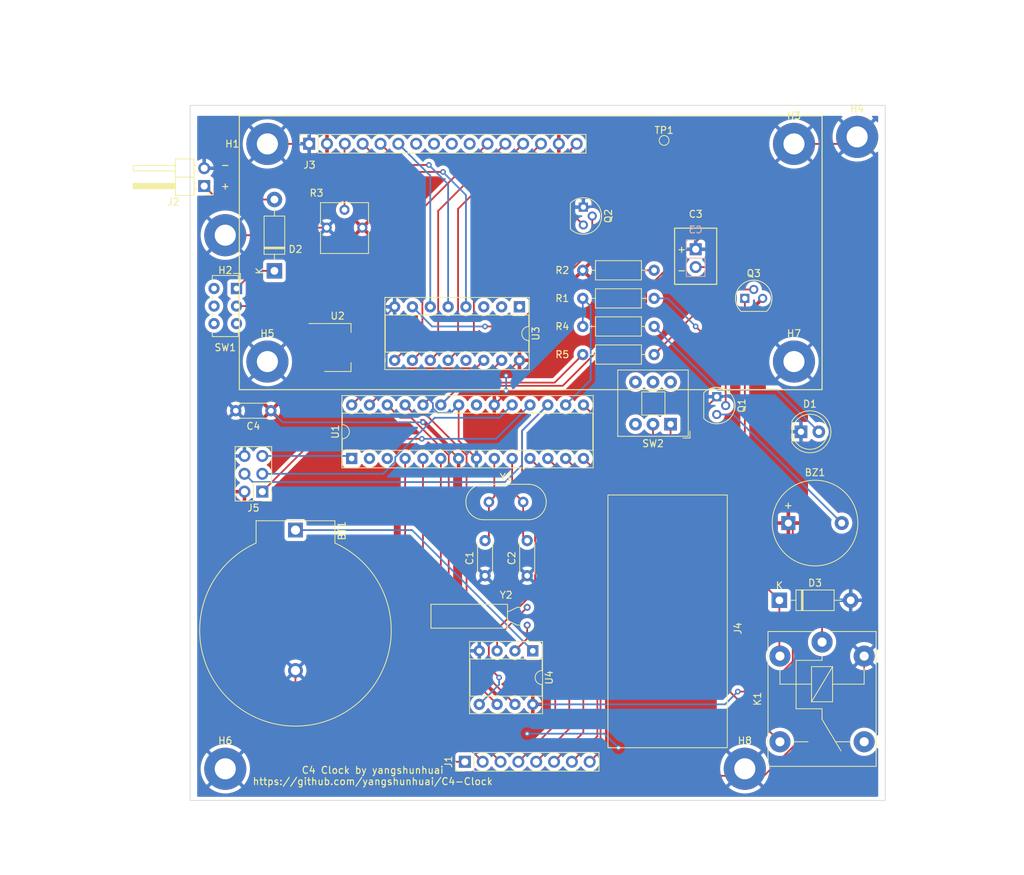
<source format=kicad_pcb>
(kicad_pcb (version 20211014) (generator pcbnew)
  (title_block (title "C4 Clock") (rev "V1.0") (company "yangshunhuai"))
  (layers (0 "F.Cu" signal) (31 "B.Cu" signal) (34 "B.Paste" user) (35 "F.Paste" user) (36 "B.SilkS" user "B.Silkscreen") (37 "F.SilkS" user "F.Silkscreen") (38 "B.Mask" user) (39 "F.Mask" user) (44 "Edge.Cuts" user))
  (net 0 "")
  (net 1 "+5V")
  (net 2 "Net-(BZ1-Pad2)")
  (net 3 "GND")
  (net 4 "Net-(C1-Pad2)")
  (net 5 "Net-(C2-Pad2)")
  (net 6 "Net-(C3-Pad2)")
  (net 7 "Net-(D1-Pad2)")
  (net 8 "RELAY")
  (net 9 "Net-(J1-Pad1)")
  (net 10 "Net-(J1-Pad2)")
  (net 11 "Net-(J1-Pad3)")
  (net 12 "Net-(J1-Pad4)")
  (net 13 "Net-(J1-Pad5)")
  (net 14 "Net-(J1-Pad6)")
  (net 15 "Net-(J1-Pad7)")
  (net 16 "Net-(J1-Pad8)")
  (net 17 "+8V")
  (net 18 "Net-(J3-Pad3)")
  (net 19 "Net-(J3-Pad4)")
  (net 20 "Net-(J3-Pad5)")
  (net 21 "Net-(J3-Pad6)")
  (net 26 "Net-(J3-Pad11)")
  (net 27 "Net-(J3-Pad12)")
  (net 28 "Net-(J3-Pad13)")
  (net 29 "Net-(J3-Pad14)")
  (net 30 "Net-(J3-Pad16)")
  (net 31 "+24V")
  (net 33 "Net-(K1-Pad14)")
  (net 34 "Net-(Q1-Pad2)")
  (net 35 "Net-(Q2-Pad2)")
  (net 36 "BUZZER")
  (net 37 "Net-(TP1-Pad1)")
  (net 38 "Net-(SW1-Pad2)")
  (net 39 "Net-(BT1-Pad1)")
  (net 42 "PB4")
  (net 44 "PB5")
  (net 45 "PB3")
  (net 46 "DS1302_CLK")
  (net 47 "DS1302_IO")
  (net 48 "Net-(U1-Pad27)")
  (net 49 "Net-(U1-Pad28)")
  (net 54 "RESET")
  (net 55 "Net-(U4-Pad2)")
  (net 56 "Net-(U4-Pad3)")
  (net 57 "Net-(D2-Pad2)")
  (net 58 "Net-(D3-Pad1)")
  (net 59 "Net-(Q3-Pad2)")
  (footprint "Package_TO_SOT_THT:TO-92" (layer "F.Cu") (at 152 81 -90)
    (fp_text reference "Q1" (at 1.27 -3.56 90) (layer "F.SilkS"))
    (fp_text value "S9014")
    (pad "1" thru_hole rect (at 0 0 270) (size 1.3 1.3) (drill 0.75) (layers *.Cu *.Mask) (net 3 "GND"))
    (pad "2" thru_hole circle (at 1.27 -1.27 270) (size 1.3 1.3) (drill 0.75) (layers *.Cu *.Mask) (net 34 "Net-(Q1-Pad2)"))
    (pad "3" thru_hole circle (at 2.54 0 270) (size 1.3 1.3) (drill 0.75) (layers *.Cu *.Mask) (net 2 "Net-(BZ1-Pad2)"))
  )
  (footprint "MountingHole:MountingHole_3mm_Pad_TopBottom" (layer "F.Cu") (at 82 58)
    (fp_text reference "H2" (at 0 5) (layer "F.SilkS"))
    (fp_text value "hole")
    (pad "1" connect circle (at 0 0) (size 6 6) (layers "F.Cu" "F.Mask") (net 3 "GND"))
    (pad "1" thru_hole circle (at 0 0) (size 3.4 3.4) (drill 3) (layers *.Cu *.Mask) (net 3 "GND"))
    (pad "1" connect circle (at 0 0) (size 6 6) (layers "B.Cu" "B.Mask") (net 3 "GND"))
  )
  (footprint "Relay_THT:Relay_SPDT_Finder_36.11" (layer "F.Cu") (at 167 115.95 -90)
    (fp_text reference "K1" (at 8.1 9.2 90) (layer "F.SilkS"))
    (fp_text value "FINDER-36.11-5V")
    (pad "11" thru_hole circle (at 0 0 270) (size 3 3) (drill 1.3) (layers *.Cu *.Mask) (net 6 "Net-(C3-Pad2)"))
    (pad "12" thru_hole circle (at 14.2 -6 270) (size 3 3) (drill 1.3) (layers *.Cu *.Mask))
    (pad "14" thru_hole circle (at 14.2 6 270) (size 3 3) (drill 1.3) (layers *.Cu *.Mask) (net 33 "Net-(K1-Pad14)"))
    (pad "A1" thru_hole circle (at 2 6 270) (size 3 3) (drill 1.3) (layers *.Cu *.Mask) (net 58 "Net-(D3-Pad1)"))
    (pad "A2" thru_hole circle (at 2 -6 270) (size 3 3) (drill 1.3) (layers *.Cu *.Mask) (net 3 "GND"))
  )
  (footprint "Buzzer_Beeper:Buzzer_12x9.5RM7.6" (layer "F.Cu") (at 162.2 99)
    (fp_text reference "BZ1" (at 3.8 -7.2) (layer "F.SilkS"))
    (fp_text value "Buzzer")
    (fp_text user "+" (at -0.01 -2.54) (layer "F.SilkS"))
    (pad "1" thru_hole rect (at 0 0) (size 2 2) (drill 1) (layers *.Cu *.Mask) (net 1 "+5V"))
    (pad "2" thru_hole circle (at 7.6 0) (size 2 2) (drill 1) (layers *.Cu *.Mask) (net 2 "Net-(BZ1-Pad2)"))
  )
  (footprint "MountingHole:MountingHole_3mm_Pad_TopBottom" (layer "F.Cu") (at 82 134)
    (fp_text reference "H6" (at 0 -4) (layer "F.SilkS"))
    (fp_text value "hole")
    (pad "1" thru_hole circle (at 0 0) (size 3.4 3.4) (drill 3) (layers *.Cu *.Mask) (net 3 "GND"))
    (pad "1" connect circle (at 0 0) (size 6 6) (layers "F.Cu" "F.Mask") (net 3 "GND"))
    (pad "1" connect circle (at 0 0) (size 6 6) (layers "B.Cu" "B.Mask") (net 3 "GND"))
  )
  (footprint "Button_Switch_THT:SW_Push_2P2T_Toggle_CK_PVA2xxH1xxxxxxV2" (layer "F.Cu") (at 145.4225 84.9225 180)
    (fp_text reference "SW2" (at 2.5 -2.75) (layer "F.SilkS"))
    (fp_text value "SW_SPST")
    (pad "1" thru_hole rect (at 0 0 180) (size 1.8 1.8) (drill 0.9) (layers *.Cu *.Mask) (net 33 "Net-(K1-Pad14)"))
    (pad "2" thru_hole circle (at 2.5 0 180) (size 1.8 1.8) (drill 0.9) (layers *.Cu *.Mask) (net 31 "+24V"))
    (pad "3" thru_hole circle (at 5 0 180) (size 1.8 1.8) (drill 0.9) (layers *.Cu *.Mask))
    (pad "4" thru_hole circle (at 0 6 180) (size 1.8 1.8) (drill 0.9) (layers *.Cu *.Mask))
    (pad "5" thru_hole circle (at 2.5 6 180) (size 1.8 1.8) (drill 0.9) (layers *.Cu *.Mask))
    (pad "6" thru_hole circle (at 5 6 180) (size 1.8 1.8) (drill 0.9) (layers *.Cu *.Mask))
  )
  (footprint "Resistor_THT:R_Axial_DIN0207_L6.3mm_D2.5mm_P10.16mm_Horizontal" (layer "F.Cu") (at 132.92 71)
    (fp_text reference "R4" (at -2.92 0) (layer "F.SilkS"))
    (fp_text value "220")
    (pad "1" thru_hole circle (at 0 0) (size 1.6 1.6) (drill 0.8) (layers *.Cu *.Mask) (net 36 "BUZZER"))
    (pad "2" thru_hole oval (at 10.16 0) (size 1.6 1.6) (drill 0.8) (layers *.Cu *.Mask) (net 7 "Net-(D1-Pad2)"))
  )
  (footprint "Diode_THT:D_DO-41_SOD81_P10.16mm_Horizontal" (layer "F.Cu") (at 89 63.08 90)
    (fp_text reference "D2" (at 3.08 3 180) (layer "F.SilkS"))
    (fp_text value "1N4001")
    (fp_text user "K" (at 0 -2.1 90) (layer "F.SilkS"))
    (pad "1" thru_hole rect (at 0 0 90) (size 2.2 2.2) (drill 1.1) (layers *.Cu *.Mask) (net 17 "+8V"))
    (pad "2" thru_hole oval (at 10.16 0 90) (size 2.2 2.2) (drill 1.1) (layers *.Cu *.Mask) (net 57 "Net-(D2-Pad2)"))
  )
  (footprint "DC-Buck:DC-Buck-2A" (layer "F.Cu") (at 149.5 114 90)
    (fp_text reference "J4" (at 0 5.5 90 unlocked) (layer "F.SilkS"))
    (fp_text value "Boost Module")
    (pad "1" smd roundrect (at -19 -8 90) (size 7.143 2.881) (layers "F.Cu" "F.Paste" "F.Mask") (net 1 "+5V"))
    (pad "2" smd roundrect (at -19 -1 90) (size 7.143 2.84525) (layers "F.Cu" "F.Paste" "F.Mask") (net 3 "GND"))
    (pad "3" smd roundrect (at 21 -1 90) (size 7.143 2.84525) (layers "F.Cu" "F.Paste" "F.Mask") (net 3 "GND"))
    (pad "4" smd roundrect (at 21 -8 90) (size 7.143 2.881) (layers "F.Cu" "F.Paste" "F.Mask") (net 31 "+24V"))
  )
  (footprint "Package_DIP:DIP-8_W7.62mm_Socket" (layer "F.Cu") (at 125.8 117.2 -90)
    (fp_text reference "U4" (at 3.81 -2.33 -90) (layer "F.SilkS"))
    (fp_text value "DS1302+")
    (pad "1" thru_hole rect (at 0 0 270) (size 1.6 1.6) (drill 0.8) (layers *.Cu *.Mask) (net 39 "Net-(BT1-Pad1)"))
    (pad "2" thru_hole oval (at 0 2.54 270) (size 1.6 1.6) (drill 0.8) (layers *.Cu *.Mask) (net 55 "Net-(U4-Pad2)"))
    (pad "3" thru_hole oval (at 0 5.08 270) (size 1.6 1.6) (drill 0.8) (layers *.Cu *.Mask) (net 56 "Net-(U4-Pad3)"))
    (pad "4" thru_hole oval (at 0 7.62 270) (size 1.6 1.6) (drill 0.8) (layers *.Cu *.Mask) (net 3 "GND"))
    (pad "5" thru_hole oval (at 7.62 7.62 270) (size 1.6 1.6) (drill 0.8) (layers *.Cu *.Mask) (net 45 "PB3"))
    (pad "6" thru_hole oval (at 7.62 5.08 270) (size 1.6 1.6) (drill 0.8) (layers *.Cu *.Mask) (net 47 "DS1302_IO"))
    (pad "7" thru_hole oval (at 7.62 2.54 270) (size 1.6 1.6) (drill 0.8) (layers *.Cu *.Mask) (net 46 "DS1302_CLK"))
    (pad "8" thru_hole oval (at 7.62 0 270) (size 1.6 1.6) (drill 0.8) (layers *.Cu *.Mask) (net 1 "+5V"))
  )
  (footprint "Resistor_THT:R_Axial_DIN0207_L6.3mm_D2.5mm_P10.16mm_Horizontal" (layer "F.Cu") (at 132.92 63)
    (fp_text reference "R2" (at -2.92 0) (layer "F.SilkS"))
    (fp_text value "4.7k")
    (pad "1" thru_hole circle (at 0 0) (size 1.6 1.6) (drill 0.8) (layers *.Cu *.Mask) (net 1 "+5V"))
    (pad "2" thru_hole oval (at 10.16 0) (size 1.6 1.6) (drill 0.8) (layers *.Cu *.Mask) (net 35 "Net-(Q2-Pad2)"))
  )
  (footprint "MountingHole:MountingHole_3mm_Pad_TopBottom" (layer "F.Cu") (at 163 45)
    (fp_text reference "H3" (at 0 -4) (layer "F.SilkS"))
    (fp_text value "LCD1602")
    (pad "1" thru_hole circle (at 0 0) (size 3.4 3.4) (drill 3) (layers *.Cu *.Mask) (net 3 "GND"))
    (pad "1" connect circle (at 0 0) (size 6 6) (layers "F.Cu" "F.Mask") (net 3 "GND"))
    (pad "1" connect circle (at 0 0) (size 6 6) (layers "B.Cu" "B.Mask") (net 3 "GND"))
  )
  (footprint "MountingHole:MountingHole_3mm_Pad_TopBottom" (layer "F.Cu") (at 163 76)
    (fp_text reference "H7" (at 0 -4) (layer "F.SilkS"))
    (fp_text value "LCD1602")
    (pad "1" connect circle (at 0 0) (size 6 6) (layers "F.Cu" "F.Mask") (net 3 "GND"))
    (pad "1" connect circle (at 0 0) (size 6 6) (layers "B.Cu" "B.Mask") (net 3 "GND"))
    (pad "1" thru_hole circle (at 0 0) (size 3.4 3.4) (drill 3) (layers *.Cu *.Mask) (net 3 "GND"))
  )
  (footprint "Package_TO_SOT_THT:TO-92" (layer "F.Cu") (at 133 54 -90)
    (fp_text reference "Q2" (at 1.27 -3.56 90) (layer "F.SilkS"))
    (fp_text value "S9014")
    (pad "1" thru_hole rect (at 0 0 270) (size 1.3 1.3) (drill 0.75) (layers *.Cu *.Mask) (net 3 "GND"))
    (pad "2" thru_hole circle (at 1.27 -1.27 270) (size 1.3 1.3) (drill 0.75) (layers *.Cu *.Mask) (net 35 "Net-(Q2-Pad2)"))
    (pad "3" thru_hole circle (at 2.54 0 270) (size 1.3 1.3) (drill 0.75) (layers *.Cu *.Mask) (net 30 "Net-(J3-Pad16)"))
  )
  (footprint "Capacitor_THT:C_Disc_D4.3mm_W1.9mm_P5.00mm" (layer "F.Cu") (at 88.5 83 180)
    (fp_text reference "C4" (at 2.5 -2.2) (layer "F.SilkS"))
    (fp_text value "0.1uF")
    (pad "1" thru_hole circle (at 0 0 180) (size 1.6 1.6) (drill 0.8) (layers *.Cu *.Mask) (net 1 "+5V"))
    (pad "2" thru_hole circle (at 5 0 180) (size 1.6 1.6) (drill 0.8) (layers *.Cu *.Mask) (net 3 "GND"))
  )
  (footprint "MountingHole:MountingHole_3mm_Pad_TopBottom" (layer "F.Cu") (at 172 44)
    (fp_text reference "H4" (at 0 -4) (layer "F.SilkS"))
    (fp_text value "hole")
    (pad "1" thru_hole circle (at 0 0) (size 3.4 3.4) (drill 3) (layers *.Cu *.Mask) (net 3 "GND"))
    (pad "1" connect circle (at 0 0) (size 6 6) (layers "B.Cu" "B.Mask") (net 3 "GND"))
    (pad "1" connect circle (at 0 0) (size 6 6) (layers "F.Cu" "F.Mask") (net 3 "GND"))
  )
  (footprint "Button_Switch_THT:SW_E-Switch_EG1271_DPDT" (layer "F.Cu") (at 83.6 65.5925 -90)
    (fp_text reference "SW1" (at 8.4075 1.6 180) (layer "F.SilkS"))
    (fp_text value "SW_SPST")
    (pad "1" thru_hole rect (at 0 0 270) (size 1.6 1.6) (drill 0.8) (layers *.Cu *.Mask) (net 17 "+8V"))
    (pad "2" thru_hole circle (at 2.5 0 270) (size 1.6 1.6) (drill 0.8) (layers *.Cu *.Mask) (net 38 "Net-(SW1-Pad2)"))
    (pad "3" thru_hole circle (at 5 0 270) (size 1.6 1.6) (drill 0.8) (layers *.Cu *.Mask))
    (pad "4" thru_hole circle (at 0 3.2 270) (size 1.6 1.6) (drill 0.8) (layers *.Cu *.Mask))
    (pad "5" thru_hole circle (at 2.5 3.2 270) (size 1.6 1.6) (drill 0.8) (layers *.Cu *.Mask))
    (pad "6" thru_hole circle (at 5 3.2 270) (size 1.6 1.6) (drill 0.8) (layers *.Cu *.Mask))
  )
  (footprint "MountingHole:MountingHole_3mm_Pad_TopBottom" (layer "F.Cu") (at 88 76)
    (fp_text reference "H5" (at 0 -4) (layer "F.SilkS"))
    (fp_text value "LCD1602")
    (pad "1" connect circle (at 0 0) (size 6 6) (layers "F.Cu" "F.Mask") (net 3 "GND"))
    (pad "1" thru_hole circle (at 0 0) (size 3.4 3.4) (drill 3) (layers *.Cu *.Mask) (net 3 "GND"))
    (pad "1" connect circle (at 0 0) (size 6 6) (layers "B.Cu" "B.Mask") (net 3 "GND"))
  )
  (footprint "Crystal:Crystal_HC49-4H_Vertical" (layer "F.Cu") (at 119.55 96)
    (fp_text reference "Y1" (at 2.44 -3.525) (layer "F.SilkS"))
    (fp_text value "16MHz")
    (pad "1" thru_hole circle (at 0 0) (size 1.5 1.5) (drill 0.8) (layers *.Cu *.Mask) (net 4 "Net-(C1-Pad2)"))
    (pad "2" thru_hole circle (at 4.88 0) (size 1.5 1.5) (drill 0.8) (layers *.Cu *.Mask) (net 5 "Net-(C2-Pad2)"))
  )
  (footprint "Battery:BatteryHolder_ComfortableElectronic_CH273-2450_1x2450" (layer "F.Cu") (at 92 100 -90)
    (fp_text reference "BT1" (at 0.1 -6.62 90) (layer "F.SilkS"))
    (fp_text value "CR2032")
    (pad "1" thru_hole rect (at 0 0 180) (size 2.1 2.1) (drill 1.3) (layers *.Cu *.Mask) (net 39 "Net-(BT1-Pad1)"))
    (pad "2" thru_hole circle (at 20 0 180) (size 2.1 2.1) (drill 1.3) (layers *.Cu *.Mask) (net 3 "GND"))
  )
  (footprint "Package_DIP:DIP-28_W7.62mm_Socket" (layer "F.Cu") (at 100 89.8 90)
    (fp_text reference "U1" (at 3.81 -2.33 90) (layer "F.SilkS"))
    (fp_text value "ATmega328P-P")
    (pad "1" thru_hole rect (at 0 0 90) (size 1.6 1.6) (drill 0.8) (layers *.Cu *.Mask) (net 54 "RESET"))
    (pad "2" thru_hole oval (at 0 2.54 90) (size 1.6 1.6) (drill 0.8) (layers *.Cu *.Mask))
    (pad "3" thru_hole oval (at 0 5.08 90) (size 1.6 1.6) (drill 0.8) (layers *.Cu *.Mask))
    (pad "4" thru_hole oval (at 0 7.62 90) (size 1.6 1.6) (drill 0.8) (layers *.Cu *.Mask) (net 9 "Net-(J1-Pad1)"))
    (pad "5" thru_hole oval (at 0 10.16 90) (size 1.6 1.6) (drill 0.8) (layers *.Cu *.Mask) (net 10 "Net-(J1-Pad2)"))
    (pad "6" thru_hole oval (at 0 12.7 90) (size 1.6 1.6) (drill 0.8) (layers *.Cu *.Mask) (net 11 "Net-(J1-Pad3)"))
    (pad "7" thru_hole oval (at 0 15.24 90) (size 1.6 1.6) (drill 0.8) (layers *.Cu *.Mask) (net 1 "+5V"))
    (pad "8" thru_hole oval (at 0 17.78 90) (size 1.6 1.6) (drill 0.8) (layers *.Cu *.Mask) (net 3 "GND"))
    (pad "9" thru_hole oval (at 0 20.32 90) (size 1.6 1.6) (drill 0.8) (layers *.Cu *.Mask) (net 4 "Net-(C1-Pad2)"))
    (pad "10" thru_hole oval (at 0 22.86 90) (size 1.6 1.6) (drill 0.8) (layers *.Cu *.Mask) (net 5 "Net-(C2-Pad2)"))
    (pad "11" thru_hole oval (at 0 25.4 90) (size 1.6 1.6) (drill 0.8) (layers *.Cu *.Mask) (net 12 "Net-(J1-Pad4)"))
    (pad "12" thru_hole oval (at 0 27.94 90) (size 1.6 1.6) (drill 0.8) (layers *.Cu *.Mask) (net 13 "Net-(J1-Pad5)"))
    (pad "13" thru_hole oval (at 0 30.48 90) (size 1.6 1.6) (drill 0.8) (layers *.Cu *.Mask) (net 14 "Net-(J1-Pad6)"))
    (pad "14" thru_hole oval (at 0 33.02 90) (size 1.6 1.6) (drill 0.8) (layers *.Cu *.Mask) (net 15 "Net-(J1-Pad7)"))
    (pad "15" thru_hole oval (at 7.62 33.02 90) (size 1.6 1.6) (drill 0.8) (layers *.Cu *.Mask) (net 16 "Net-(J1-Pad8)"))
    (pad "16" thru_hole oval (at 7.62 30.48 90) (size 1.6 1.6) (drill 0.8) (layers *.Cu *.Mask) (net 36 "BUZZER"))
    (pad "17" thru_hole oval (at 7.62 27.94 90) (size 1.6 1.6) (drill 0.8) (layers *.Cu *.Mask) (net 45 "PB3"))
    (pad "18" thru_hole oval (at 7.62 25.4 90) (size 1.6 1.6) (drill 0.8) (layers *.Cu *.Mask) (net 42 "PB4"))
    (pad "19" thru_hole oval (at 7.62 22.86 90) (size 1.6 1.6) (drill 0.8) (layers *.Cu *.Mask) (net 44 "PB5"))
    (pad "20" thru_hole oval (at 7.62 20.32 90) (size 1.6 1.6) (drill 0.8) (layers *.Cu *.Mask) (net 1 "+5V"))
    (pad "21" thru_hole oval (at 7.62 17.78 90) (size 1.6 1.6) (drill 0.8) (layers *.Cu *.Mask))
    (pad "22" thru_hole oval (at 7.62 15.24 90) (size 1.6 1.6) (drill 0.8) (layers *.Cu *.Mask) (net 3 "GND"))
    (pad "23" thru_hole oval (at 7.62 12.7 90) (size 1.6 1.6) (drill 0.8) (layers *.Cu *.Mask) (net 37 "Net-(TP1-Pad1)"))
    (pad "24" thru_hole oval (at 7.62 10.16 90) (size 1.6 1.6) (drill 0.8) (layers *.Cu *.Mask) (net 8 "RELAY"))
    (pad "25" thru_hole oval (at 7.62 7.62 90) (size 1.6 1.6) (drill 0.8) (layers *.Cu *.Mask) (net 46 "DS1302_CLK"))
    (pad "26" thru_hole oval (at 7.62 5.08 90) (size 1.6 1.6) (drill 0.8) (layers *.Cu *.Mask) (net 47 "DS1302_IO"))
    (pad "27" thru_hole oval (at 7.62 2.54 90) (size 1.6 1.6) (drill 0.8) (layers *.Cu *.Mask) (net 48 "Net-(U1-Pad27)"))
    (pad "28" thru_hole oval (at 7.62 0 90) (size 1.6 1.6) (drill 0.8) (layers *.Cu *.Mask) (net 49 "Net-(U1-Pad28)"))
  )
  (footprint "Connector_PinSocket_2.54mm:PinSocket_1x16_P2.54mm_Vertical" (layer "F.Cu") (at 93.95 44.975 90)
    (fp_text reference "J3" (at -3.025 0.05 180) (layer "F.SilkS"))
    (fp_text value "LCD1602")
    (pad "1" thru_hole rect (at 0 0 90) (size 1.7 1.7) (drill 1) (layers *.Cu *.Mask) (net 3 "GND"))
    (pad "2" thru_hole oval (at 0 2.54 90) (size 1.7 1.7) (drill 1) (layers *.Cu *.Mask) (net 1 "+5V"))
    (pad "3" thru_hole oval (at 0 5.08 90) (size 1.7 1.7) (drill 1) (layers *.Cu *.Mask) (net 18 "Net-(J3-Pad3)"))
    (pad "4" thru_hole oval (at 0 7.62 90) (size 1.7 1.7) (drill 1) (layers *.Cu *.Mask) (net 19 "Net-(J3-Pad4)"))
    (pad "5" thru_hole oval (at 0 10.16 90) (size 1.7 1.7) (drill 1) (layers *.Cu *.Mask) (net 20 "Net-(J3-Pad5)"))
    (pad "6" thru_hole oval (at 0 12.7 90) (size 1.7 1.7) (drill 1) (layers *.Cu *.Mask) (net 21 "Net-(J3-Pad6)"))
    (pad "7" thru_hole oval (at 0 15.24 90) (size 1.7 1.7) (drill 1) (layers *.Cu *.Mask))
    (pad "8" thru_hole oval (at 0 17.78 90) (size 1.7 1.7) (drill 1) (layers *.Cu *.Mask))
    (pad "9" thru_hole oval (at 0 20.32 90) (size 1.7 1.7) (drill 1) (layers *.Cu *.Mask))
    (pad "10" thru_hole oval (at 0 22.86 90) (size 1.7 1.7) (drill 1) (layers *.Cu *.Mask))
    (pad "11" thru_hole oval (at 0 25.4 90) (size 1.7 1.7) (drill 1) (layers *.Cu *.Mask) (net 26 "Net-(J3-Pad11)"))
    (pad "12" thru_hole oval (at 0 27.94 90) (size 1.7 1.7) (drill 1) (layers *.Cu *.Mask) (net 27 "Net-(J3-Pad12)"))
    (pad "13" thru_hole oval (at 0 30.48 90) (size 1.7 1.7) (drill 1) (layers *.Cu *.Mask) (net 28 "Net-(J3-Pad13)"))
    (pad "14" thru_hole oval (at 0 33.02 90) (size 1.7 1.7) (drill 1) (layers *.Cu *.Mask) (net 29 "Net-(J3-Pad14)"))
    (pad "15" thru_hole oval (at 0 35.56 90) (size 1.7 1.7) (drill 1) (layers *.Cu *.Mask) (net 1 "+5V"))
    (pad "16" thru_hole oval (at 0 38.1 90) (size 1.7 1.7) (drill 1) (layers *.Cu *.Mask) (net 30 "Net-(J3-Pad16)"))
  )
  (footprint "Package_TO_SOT_SMD:SOT-223-3_TabPin2" (layer "F.Cu") (at 98 74)
    (fp_text reference "U2" (at 0 -4.5) (layer "F.SilkS"))
    (fp_text value "AMS1117-5.0")
    (pad "1" smd rect (at -3.15 -2.3) (size 2 1.5) (layers "F.Cu" "F.Paste" "F.Mask") (net 3 "GND"))
    (pad "2" smd rect (at 3.15 0) (size 2 3.8) (layers "F.Cu" "F.Paste" "F.Mask") (net 1 "+5V"))
    (pad "2" smd rect (at -3.15 0) (size 2 1.5) (layers "F.Cu" "F.Paste" "F.Mask") (net 1 "+5V"))
    (pad "3" smd rect (at -3.15 2.3) (size 2 1.5) (layers "F.Cu" "F.Paste" "F.Mask") (net 38 "Net-(SW1-Pad2)"))
  )
  (footprint "Diode_THT:D_DO-41_SOD81_P10.16mm_Horizontal" (layer "F.Cu") (at 160.92 110)
    (fp_text reference "D3" (at 5.08 -2.47) (layer "F.SilkS"))
    (fp_text value "1N4001")
    (fp_text user "K" (at 0 -2.1) (layer "F.SilkS"))
    (pad "1" thru_hole rect (at 0 0) (size 2.2 2.2) (drill 1.1) (layers *.Cu *.Mask) (net 58 "Net-(D3-Pad1)"))
    (pad "2" thru_hole oval (at 10.16 0) (size 2.2 2.2) (drill 1.1) (layers *.Cu *.Mask) (net 3 "GND"))
  )
  (footprint "Capacitor_THT:C_Disc_D4.3mm_W1.9mm_P5.00mm" (layer "F.Cu") (at 119 106.5 90)
    (fp_text reference "C1" (at 2.5 -2.2 90) (layer "F.SilkS"))
    (fp_text value "22pF")
    (pad "1" thru_hole circle (at 0 0 90) (size 1.6 1.6) (drill 0.8) (layers *.Cu *.Mask) (net 3 "GND"))
    (pad "2" thru_hole circle (at 5 0 90) (size 1.6 1.6) (drill 0.8) (layers *.Cu *.Mask) (net 4 "Net-(C1-Pad2)"))
  )
  (footprint "LED_THT:LED_D5.0mm" (layer "F.Cu") (at 164 86)
    (fp_text reference "D1" (at 1.27 -3.96) (layer "F.SilkS"))
    (fp_text value "LED")
    (pad "1" thru_hole rect (at 0 0) (size 1.8 1.8) (drill 0.9) (layers *.Cu *.Mask) (net 3 "GND"))
    (pad "2" thru_hole circle (at 2.54 0) (size 1.8 1.8) (drill 0.9) (layers *.Cu *.Mask) (net 7 "Net-(D1-Pad2)"))
  )
  (footprint "MountingHole:MountingHole_3mm_Pad_TopBottom" (layer "F.Cu") (at 156 134)
    (fp_text reference "H8" (at 0 -4) (layer "F.SilkS"))
    (fp_text value "hole")
    (pad "1" thru_hole circle (at 0 0) (size 3.4 3.4) (drill 3) (layers *.Cu *.Mask) (net 3 "GND"))
    (pad "1" connect circle (at 0 0) (size 6 6) (layers "F.Cu" "F.Mask") (net 3 "GND"))
    (pad "1" connect circle (at 0 0) (size 6 6) (layers "B.Cu" "B.Mask") (net 3 "GND"))
  )
  (footprint "Resistor_THT:R_Axial_DIN0207_L6.3mm_D2.5mm_P10.16mm_Horizontal" (layer "F.Cu") (at 132.92 75)
    (fp_text reference "R5" (at -2.92 0) (layer "F.SilkS"))
    (fp_text value "1k")
    (pad "1" thru_hole circle (at 0 0) (size 1.6 1.6) (drill 0.8) (layers *.Cu *.Mask) (net 8 "RELAY"))
    (pad "2" thru_hole oval (at 10.16 0) (size 1.6 1.6) (drill 0.8) (layers *.Cu *.Mask) (net 59 "Net-(Q3-Pad2)"))
  )
  (footprint "Resistor_THT:R_Axial_DIN0207_L6.3mm_D2.5mm_P10.16mm_Horizontal" (layer "F.Cu") (at 132.92 67)
    (fp_text reference "R1" (at -2.92 0) (layer "F.SilkS"))
    (fp_text value "1k")
    (pad "1" thru_hole circle (at 0 0) (size 1.6 1.6) (drill 0.8) (layers *.Cu *.Mask) (net 36 "BUZZER"))
    (pad "2" thru_hole oval (at 10.16 0) (size 1.6 1.6) (drill 0.8) (layers *.Cu *.Mask) (net 34 "Net-(Q1-Pad2)"))
  )
  (footprint "Capacitor_THT:C_Disc_D4.3mm_W1.9mm_P5.00mm" (layer "F.Cu") (at 125 106.5 90)
    (fp_text reference "C2" (at 2.5 -2.2 90) (layer "F.SilkS"))
    (fp_text value "22pF")
    (pad "1" thru_hole circle (at 0 0 90) (size 1.6 1.6) (drill 0.8) (layers *.Cu *.Mask) (net 3 "GND"))
    (pad "2" thru_hole circle (at 5 0 90) (size 1.6 1.6) (drill 0.8) (layers *.Cu *.Mask) (net 5 "Net-(C2-Pad2)"))
  )
  (footprint "TestPoint:TestPoint_Pad_D1.0mm" (layer "F.Cu") (at 144.5 44.5)
    (fp_text reference "TP1" (at 0 -1.448) (layer "F.SilkS"))
    (fp_text value "RandomSeed")
    (pad "1" smd circle (at 0 0) (size 1 1) (layers "F.Cu" "F.Mask") (net 37 "Net-(TP1-Pad1)"))
  )
  (footprint "Potentiometer_THT:Potentiometer_Vishay_T73YP_Vertical" (layer "F.Cu") (at 101.525 56.925 90)
    (fp_text reference "R3" (at 4.925 -6.525 180) (layer "F.SilkS"))
    (fp_text value "10k")
    (pad "1" thru_hole circle (at 0 0 90) (size 1.44 1.44) (drill 0.8) (layers *.Cu *.Mask) (net 1 "+5V"))
    (pad "2" thru_hole circle (at 2.54 -2.54 90) (size 1.44 1.44) (drill 0.8) (layers *.Cu *.Mask) (net 18 "Net-(J3-Pad3)"))
    (pad "3" thru_hole circle (at 0 -5.08 90) (size 1.44 1.44) (drill 0.8) (layers *.Cu *.Mask) (net 3 "GND"))
  )
  (footprint "Connector_PinHeader_2.54mm:PinHeader_2x03_P2.54mm_Vertical" (layer "F.Cu") (at 87.275 94.525 180)
    (fp_text reference "J5" (at 1.27 -2.33) (layer "F.SilkS"))
    (fp_text value "ICSP")
    (pad "1" thru_hole rect (at 0 0 180) (size 1.7 1.7) (drill 1) (layers *.Cu *.Mask) (net 42 "PB4"))
    (pad "2" thru_hole oval (at 2.54 0 180) (size 1.7 1.7) (drill 1) (layers *.Cu *.Mask) (net 1 "+5V"))
    (pad "3" thru_hole oval (at 0 2.54 180) (size 1.7 1.7) (drill 1) (layers *.Cu *.Mask) (net 44 "PB5"))
    (pad "4" thru_hole oval (at 2.54 2.54 180) (size 1.7 1.7) (drill 1) (layers *.Cu *.Mask) (net 45 "PB3"))
    (pad "5" thru_hole oval (at 0 5.08 180) (size 1.7 1.7) (drill 1) (layers *.Cu *.Mask) (net 54 "RESET"))
    (pad "6" thru_hole oval (at 2.54 5.08 180) (size 1.7 1.7) (drill 1) (layers *.Cu *.Mask) (net 3 "GND"))
  )
  (footprint "Crystal:Crystal_AT310_D3.0mm_L10.0mm_Horizontal" (layer "F.Cu") (at 125 111 -90)
    (fp_text reference "Y2" (at -1.75 3) (layer "F.SilkS"))
    (fp_text value "32.768kHz")
    (pad "1" thru_hole circle (at 0 0 270) (size 1 1) (drill 0.5) (layers *.Cu *.Mask) (net 56 "Net-(U4-Pad3)"))
    (pad "2" thru_hole circle (at 2.54 0 270) (size 1 1) (drill 0.5) (layers *.Cu *.Mask) (net 55 "Net-(U4-Pad2)"))
  )
  (footprint "Package_TO_SOT_THT:TO-92" (layer "F.Cu") (at 156 67)
    (fp_text reference "Q3" (at 1.27 -3.56) (layer "F.SilkS"))
    (fp_text value "S9014")
    (pad "1" thru_hole rect (at 0 0) (size 1.3 1.3) (drill 0.75) (layers *.Cu *.Mask) (net 58 "Net-(D3-Pad1)"))
    (pad "2" thru_hole circle (at 1.27 -1.27) (size 1.3 1.3) (drill 0.75) (layers *.Cu *.Mask) (net 59 "Net-(Q3-Pad2)"))
    (pad "3" thru_hole circle (at 2.54 0) (size 1.3 1.3) (drill 0.75) (layers *.Cu *.Mask) (net 1 "+5V"))
  )
  (footprint "MountingHole:MountingHole_3mm_Pad_TopBottom" (layer "F.Cu") (at 88 45)
    (fp_text reference "H1" (at -5 0) (layer "F.SilkS"))
    (fp_text value "LCD1602")
    (pad "1" connect circle (at 0 0) (size 6 6) (layers "F.Cu" "F.Mask") (net 3 "GND"))
    (pad "1" thru_hole circle (at 0 0) (size 3.4 3.4) (drill 3) (layers *.Cu *.Mask) (net 3 "GND"))
    (pad "1" connect circle (at 0 0) (size 6 6) (layers "B.Cu" "B.Mask") (net 3 "GND"))
  )
  (footprint "Connector_PinHeader_2.54mm:PinHeader_1x02_P2.54mm_Horizontal" (layer "F.Cu") (at 79 51 180)
    (fp_text reference "J2" (at 4.385 -2.27) (layer "F.SilkS"))
    (fp_text value "Battery")
    (pad "1" thru_hole rect (at 0 0 180) (size 1.7 1.7) (drill 1) (layers *.Cu *.Mask) (net 57 "Net-(D2-Pad2)"))
    (pad "2" thru_hole oval (at 0 2.54 180) (size 1.7 1.7) (drill 1) (layers *.Cu *.Mask) (net 3 "GND"))
  )
  (footprint "Package_DIP:DIP-16_W7.62mm_Socket" (layer "F.Cu") (at 123.9 68.2 -90)
    (fp_text reference "U3" (at 3.81 -2.33 90) (layer "F.SilkS"))
    (fp_text value "PCF8574A")
    (pad "1" thru_hole rect (at 0 0 270) (size 1.6 1.6) (drill 0.8) (layers *.Cu *.Mask))
    (pad "2" thru_hole oval (at 0 2.54 270) (size 1.6 1.6) (drill 0.8) (layers *.Cu *.Mask))
    (pad "3" thru_hole oval (at 0 5.08 270) (size 1.6 1.6) (drill 0.8) (layers *.Cu *.Mask))
    (pad "4" thru_hole oval (at 0 7.62 270) (size 1.6 1.6) (drill 0.8) (layers *.Cu *.Mask) (net 19 "Net-(J3-Pad4)"))
    (pad "5" thru_hole oval (at 0 10.16 270) (size 1.6 1.6) (drill 0.8) (layers *.Cu *.Mask) (net 20 "Net-(J3-Pad5)"))
    (pad "6" thru_hole oval (at 0 12.7 270) (size 1.6 1.6) (drill 0.8) (layers *.Cu *.Mask) (net 21 "Net-(J3-Pad6)"))
    (pad "7" thru_hole oval (at 0 15.24 270) (size 1.6 1.6) (drill 0.8) (layers *.Cu *.Mask) (net 35 "Net-(Q2-Pad2)"))
    (pad "8" thru_hole oval (at 0 17.78 270) (size 1.6 1.6) (drill 0.8) (layers *.Cu *.Mask) (net 3 "GND"))
    (pad "9" thru_hole oval (at 7.62 17.78 270) (size 1.6 1.6) (drill 0.8) (layers *.Cu *.Mask) (net 26 "Net-(J3-Pad11)"))
    (pad "10" thru_hole oval (at 7.62 15.24 270) (size 1.6 1.6) (drill 0.8) (layers *.Cu *.Mask) (net 27 "Net-(J3-Pad12)"))
    (pad "11" thru_hole oval (at 7.62 12.7 270) (size 1.6 1.6) (drill 0.8) (layers *.Cu *.Mask) (net 28 "Net-(J3-Pad13)"))
    (pad "12" thru_hole oval (at 7.62 10.16 270) (size 1.6 1.6) (drill 0.8) (layers *.Cu *.Mask) (net 29 "Net-(J3-Pad14)"))
    (pad "13" thru_hole oval (at 7.62 7.62 270) (size 1.6 1.6) (drill 0.8) (layers *.Cu *.Mask))
    (pad "14" thru_hole oval (at 7.62 5.08 270) (size 1.6 1.6) (drill 0.8) (layers *.Cu *.Mask) (net 49 "Net-(U1-Pad28)"))
    (pad "15" thru_hole oval (at 7.62 2.54 270) (size 1.6 1.6) (drill 0.8) (layers *.Cu *.Mask) (net 48 "Net-(U1-Pad27)"))
    (pad "16" thru_hole oval (at 7.62 0 270) (size 1.6 1.6) (drill 0.8) (layers *.Cu *.Mask) (net 1 "+5V"))
  )
  (footprint "Connector_PinHeader_2.54mm:PinHeader_1x08_P2.54mm_Vertical" (layer "F.Cu") (at 116.125 133 90)
    (fp_text reference "J1" (at 0 -2.33 90) (layer "F.SilkS"))
    (fp_text value "Keypad")
    (pad "1" thru_hole rect (at 0 0 90) (size 1.7 1.7) (drill 1) (layers *.Cu *.Mask) (net 9 "Net-(J1-Pad1)"))
    (pad "2" thru_hole oval (at 0 2.54 90) (size 1.7 1.7) (drill 1) (layers *.Cu *.Mask) (net 10 "Net-(J1-Pad2)"))
    (pad "3" thru_hole oval (at 0 5.08 90) (size 1.7 1.7) (drill 1) (layers *.Cu *.Mask) (net 11 "Net-(J1-Pad3)"))
    (pad "4" thru_hole oval (at 0 7.62 90) (size 1.7 1.7) (drill 1) (layers *.Cu *.Mask) (net 12 "Net-(J1-Pad4)"))
    (pad "5" thru_hole oval (at 0 10.16 90) (size 1.7 1.7) (drill 1) (layers *.Cu *.Mask) (net 13 "Net-(J1-Pad5)"))
    (pad "6" thru_hole oval (at 0 12.7 90) (size 1.7 1.7) (drill 1) (layers *.Cu *.Mask) (net 14 "Net-(J1-Pad6)"))
    (pad "7" thru_hole oval (at 0 15.24 90) (size 1.7 1.7) (drill 1) (layers *.Cu *.Mask) (net 15 "Net-(J1-Pad7)"))
    (pad "8" thru_hole oval (at 0 17.78 90) (size 1.7 1.7) (drill 1) (layers *.Cu *.Mask) (net 16 "Net-(J1-Pad8)"))
  )
  (footprint "Connector_PinSocket_2.54mm:PinSocket_1x02_P2.54mm_Vertical" (layer "B.Cu") (at 149 60 180)
    (fp_text reference "C3" (at 0 2.77) (layer "B.SilkS") (effects (justify mirror)))
    (fp_text value "10uF/16V")
    (pad "1" thru_hole rect (at 0 0 180) (size 1.7 1.7) (drill 1) (layers *.Cu *.Mask) (net 3 "GND"))
    (pad "2" thru_hole oval (at 0 -2.54 180) (size 1.7 1.7) (drill 1) (layers *.Cu *.Mask) (net 6 "Net-(C3-Pad2)"))
  )
  (gr_rect (start 146 57) (end 152 65) (layer "F.SilkS") (width 0.15) (fill none))
  (gr_rect (start 84 41) (end 167 80) (layer "F.SilkS") (width 0.15) (fill none))
  (gr_rect (start 77 39.5) (end 176 138.5) (layer "Edge.Cuts") (width 0.1) (fill none))
  (gr_text "+" (at 147 60) (layer "F.SilkS") (effects (font (size 1 1))))
  (gr_text "-" (at 82 48) (layer "F.SilkS") (effects (font (size 1 1))))
  (gr_text "C3" (at 149 55) (layer "F.SilkS") (effects (font (size 1 1))))
  (gr_text "-" (at 147 63) (layer "F.SilkS") (effects (font (size 1 1))))
  (gr_text "+" (at 82 51) (layer "F.SilkS") (effects (font (size 1 1))))
  (gr_text "C4 Clock by yangshunhuai\nhttps://github.com/yangshunhuai/C4-Clock" (at 103 135) (layer "F.SilkS") (effects (font (size 1 1))))
  (segment (start 125.8 124.82) (end 125.8 128.2) (width 0.25) (layer "F.Cu") (net 1))
  (segment (start 162.824511 118.705738) (end 158.530249 123) (width 0.25) (layer "F.Cu") (net 1))
  (segment (start 138 131) (end 139.5 131) (width 0.25) (layer "F.Cu") (net 1))
  (segment (start 122 80.17402) (end 122 80.5) (width 0.25) (layer "F.Cu") (net 1))
  (segment (start 122 77.72) (end 122 78) (width 0.25) (layer "F.Cu") (net 1))
  (segment (start 110.16 84.72) (end 110.16 84.645102) (width 0.25) (layer "F.Cu") (net 1))
  (segment (start 122 80.5) (end 120.32 82.18) (width 0.25) (layer "F.Cu") (net 1))
  (segment (start 139.5 131) (end 141.5 133) (width 0.25) (layer "F.Cu") (net 1))
  (segment (start 125.8 128.2) (end 125 129) (width 0.25) (layer "F.Cu") (net 1))
  (segment (start 162.824511 99.624511) (end 162.824511 118.705738) (width 0.25) (layer "F.Cu") (net 1))
  (segment (start 158.530249 123) (end 155 123) (width 0.25) (layer "F.Cu") (net 1))
  (segment (start 123.9 75.82) (end 122 77.72) (width 0.25) (layer "F.Cu") (net 1))
  (segment (start 162.2 99) (end 162.824511 99.624511) (width 0.25) (layer "F.Cu") (net 1))
  (segment (start 115.24 89.8) (end 110.16 84.72) (width 0.25) (layer "F.Cu") (net 1))
  (via (at 125 129) (size 0.8) (drill 0.4) (layers "F.Cu" "B.Cu") (net 1))
  (via (at 122 80.17402) (size 0.8) (drill 0.4) (layers "F.Cu" "B.Cu") (net 1))
  (via (at 122 78) (size 0.8) (drill 0.4) (layers "F.Cu" "B.Cu") (net 1))
  (via (at 138 131) (size 0.8) (drill 0.4) (layers "F.Cu" "B.Cu") (net 1))
  (via (at 110.16 84.645102) (size 0.8) (drill 0.4) (layers "F.Cu" "B.Cu") (net 1))
  (via (at 155 123) (size 0.8) (drill 0.4) (layers "F.Cu" "B.Cu") (net 1))
  (segment (start 136 129) (end 138 131) (width 0.25) (layer "B.Cu") (net 1))
  (segment (start 153.18 124.82) (end 125.8 124.82) (width 0.25) (layer "B.Cu") (net 1))
  (segment (start 125 129) (end 136 129) (width 0.25) (layer "B.Cu") (net 1))
  (segment (start 110.16 84.645102) (end 90.145102 84.645102) (width 0.25) (layer "B.Cu") (net 1))
  (segment (start 90.145102 84.645102) (end 88.5 83) (width 0.25) (layer "B.Cu") (net 1))
  (segment (start 122 78) (end 122 80.17402) (width 0.25) (layer "B.Cu") (net 1))
  (segment (start 155 123) (end 153.18 124.82) (width 0.25) (layer "B.Cu") (net 1))
  (segment (start 154.34 83.54) (end 169.8 99) (width 0.25) (layer "B.Cu") (net 2))
  (segment (start 152 83.54) (end 154.34 83.54) (width 0.25) (layer "B.Cu") (net 2))
  (segment (start 156 135) (end 150.5 135) (width 0.25) (layer "F.Cu") (net 3))
  (segment (start 87.009564 56.925) (end 96.445 56.925) (width 0.25) (layer "F.Cu") (net 3))
  (segment (start 85.934564 58) (end 87.009564 56.925) (width 0.25) (layer "F.Cu") (net 3))
  (segment (start 148.5 93) (end 148.5 84.5) (width 0.25) (layer "F.Cu") (net 3))
  (segment (start 163 45) (end 171 45) (width 0.25) (layer "F.Cu") (net 3))
  (segment (start 81 58) (end 85.934564 58) (width 0.25) (layer "F.Cu") (net 3))
  (segment (start 171 45) (end 172 44) (width 0.25) (layer "F.Cu") (net 3))
  (segment (start 115.24 87.26) (end 117.78 89.8) (width 0.25) (layer "F.Cu") (net 3))
  (segment (start 150.5 135) (end 148.5 133) (width 0.25) (layer "F.Cu") (net 3))
  (segment (start 149 59) (end 149 60) (width 0.25) (layer "F.Cu") (net 3))
  (segment (start 88 45) (end 93.925 45) (width 0.25) (layer "F.Cu") (net 3))
  (segment (start 115.24 82.18) (end 115.24 87.26) (width 0.25) (layer "F.Cu") (net 3))
  (segment (start 102.62 71.7) (end 106.12 68.2) (width 0.25) (layer "F.Cu") (net 3))
  (segment (start 148.5 84.5) (end 152 81) (width 0.25) (layer "F.Cu") (net 3))
  (segment (start 163 45) (end 149 59) (width 0.25) (layer "F.Cu") (net 3))
  (segment (start 92 124) (end 92 120) (width 0.25) (layer "F.Cu") (net 3))
  (segment (start 82 134) (end 92 124) (width 0.25) (layer "F.Cu") (net 3))
  (segment (start 94.85 71.7) (end 102.62 71.7) (width 0.25) (layer "F.Cu") (net 3))
  (segment (start 158.730249 135) (end 173 120.730249) (width 0.25) (layer "F.Cu") (net 3))
  (segment (start 93.925 45) (end 93.95 44.975) (width 0.25) (layer "F.Cu") (net 3))
  (segment (start 173 120.730249) (end 173 117.95) (width 0.25) (layer "F.Cu") (net 3))
  (segment (start 156 135) (end 158.730249 135) (width 0.25) (layer "F.Cu") (net 3))
  (segment (start 115.24 82.18) (end 114.115489 83.304511) (width 0.25) (layer "B.Cu") (net 3))
  (segment (start 114.115489 83.304511) (end 112.234211 83.304511) (width 0.25) (layer "B.Cu") (net 3))
  (segment (start 111.575489 81.934211) (end 106.641278 77) (width 0.25) (layer "B.Cu") (net 3))
  (segment (start 112.234211 83.304511) (end 111.575489 82.645789) (width 0.25) (layer "B.Cu") (net 3))
  (segment (start 106.641278 77) (end 105 77) (width 0.25) (layer "B.Cu") (net 3))
  (segment (start 104.995489 69.324511) (end 106.12 68.2) (width 0.25) (layer "B.Cu") (net 3))
  (segment (start 104.995489 76.995489) (end 104.995489 69.324511) (width 0.25) (layer "B.Cu") (net 3))
  (segment (start 105 77) (end 104.995489 76.995489) (width 0.25) (layer "B.Cu") (net 3))
  (segment (start 111.575489 82.645789) (end 111.575489 81.934211) (width 0.25) (layer "B.Cu") (net 3))
  (segment (start 119.55 100.95) (end 119 101.5) (width 0.25) (layer "F.Cu") (net 4))
  (segment (start 120.32 89.8) (end 120.32 95.23) (width 0.25) (layer "F.Cu") (net 4))
  (segment (start 119.55 96) (end 119.55 100.95) (width 0.25) (layer "F.Cu") (net 4))
  (segment (start 120.32 95.23) (end 119.55 96) (width 0.25) (layer "F.Cu") (net 4))
  (segment (start 122.86 89.8) (end 122.86 94.43) (width 0.25) (layer "F.Cu") (net 5))
  (segment (start 122.86 94.43) (end 124.43 96) (width 0.25) (layer "F.Cu") (net 5))
  (segment (start 124.43 100.93) (end 125 101.5) (width 0.25) (layer "F.Cu") (net 5))
  (segment (start 124.43 96) (end 124.43 100.93) (width 0.25) (layer "F.Cu") (net 5))
  (segment (start 149 62.54) (end 164.54 62.54) (width 0.25) (layer "F.Cu") (net 6))
  (segment (start 172 70) (end 172 106) (width 0.25) (layer "F.Cu") (net 6))
  (segment (start 164.54 62.54) (end 172 70) (width 0.25) (layer "F.Cu") (net 6))
  (segment (start 167 111) (end 167 115.95) (width 0.25) (layer "F.Cu") (net 6))
  (segment (start 172 106) (end 167 111) (width 0.25) (layer "F.Cu") (net 6))
  (segment (start 160.565489 80.025489) (end 166.54 86) (width 0.25) (layer "B.Cu") (net 7))
  (segment (start 143.08 71) (end 152.105489 80.025489) (width 0.25) (layer "B.Cu") (net 7))
  (segment (start 152.105489 80.025489) (end 160.565489 80.025489) (width 0.25) (layer "B.Cu") (net 7))
  (segment (start 132.92 75) (end 128.92 79) (width 0.25) (layer "F.Cu") (net 8))
  (segment (start 113.34 79) (end 110.16 82.18) (width 0.25) (layer "F.Cu") (net 8))
  (segment (start 128.92 79) (end 113.34 79) (width 0.25) (layer "F.Cu") (net 8))
  (segment (start 116.125 133) (end 113 133) (width 0.25) (layer "F.Cu") (net 9))
  (segment (start 113 133) (end 107.62 127.62) (width 0.25) (layer "F.Cu") (net 9))
  (segment (start 107.62 127.62) (end 107.62 89.8) (width 0.25) (layer "F.Cu") (net 9))
  (segment (start 110.16 127.16) (end 112 129) (width 0.25) (layer "F.Cu") (net 10))
  (segment (start 112 129) (end 114.665 129) (width 0.25) (layer "F.Cu") (net 10))
  (segment (start 110.16 89.8) (end 110.16 127.16) (width 0.25) (layer "F.Cu") (net 10))
  (segment (start 114.665 129) (end 118.665 133) (width 0.25) (layer "F.Cu") (net 10))
  (segment (start 114 128) (end 116.205 128) (width 0.25) (layer "F.Cu") (net 11))
  (segment (start 112.7 89.8) (end 112.7 126.7) (width 0.25) (layer "F.Cu") (net 11))
  (segment (start 112.7 126.7) (end 114 128) (width 0.25) (layer "F.Cu") (net 11))
  (segment (start 116.205 128) (end 121.205 133) (width 0.25) (layer "F.Cu") (net 11))
  (segment (start 129 93.4) (end 125.4 89.8) (width 0.25) (layer "F.Cu") (net 12))
  (segment (start 123.745 133) (end 129 127.745) (width 0.25) (layer "F.Cu") (net 12))
  (segment (start 129 127.745) (end 129 93.4) (width 0.25) (layer "F.Cu") (net 12))
  (segment (start 131 128.285) (end 126.285 133) (width 0.25) (layer "F.Cu") (net 13))
  (segment (start 127.94 89.8) (end 131 92.86) (width 0.25) (layer "F.Cu") (net 13))
  (segment (start 131 92.86) (end 131 128.285) (width 0.25) (layer "F.Cu") (net 13))
  (segment (start 133 92.32) (end 130.48 89.8) (width 0.25) (layer "F.Cu") (net 14))
  (segment (start 128.825 133) (end 133 128.825) (width 0.25) (layer "F.Cu") (net 14))
  (segment (start 133 128.825) (end 133 92.32) (width 0.25) (layer "F.Cu") (net 14))
  (segment (start 135 91.78) (end 135 129.365) (width 0.25) (layer "F.Cu") (net 15))
  (segment (start 135 129.365) (end 131.365 133) (width 0.25) (layer "F.Cu") (net 15))
  (segment (start 133.02 89.8) (end 135 91.78) (width 0.25) (layer "F.Cu") (net 15))
  (segment (start 133.905 133) (end 135.44952 131.45548) (width 0.25) (layer "F.Cu") (net 16))
  (segment (start 135.44952 84.60952) (end 133.02 82.18) (width 0.25) (layer "F.Cu") (net 16))
  (segment (start 135.44952 131.45548) (end 135.44952 84.60952) (width 0.25) (layer "F.Cu") (net 16))
  (segment (start 89 63.08) (end 86.1125 63.08) (width 0.25) (layer "F.Cu") (net 17))
  (segment (start 86.1125 63.08) (end 83.6 65.5925) (width 0.25) (layer "F.Cu") (net 17))
  (segment (start 98.985 54.385) (end 98.985 45.02) (width 0.25) (layer "F.Cu") (net 18))
  (segment (start 98.985 45.02) (end 99.03 44.975) (width 0.25) (layer "F.Cu") (net 18))
  (segment (start 105.582701 48.987701) (end 101.57 44.975) (width 0.25) (layer "F.Cu") (net 19))
  (segment (start 113.012299 48.987701) (end 105.582701 48.987701) (width 0.25) (layer "F.Cu") (net 19))
  (via (at 113.012299 48.987701) (size 0.8) (drill 0.4) (layers "F.Cu" "B.Cu") (net 19))
  (segment (start 116.28 52.28) (end 113 49) (width 0.25) (layer "B.Cu") (net 19))
  (segment (start 116.28 68.2) (end 116.28 52.28) (width 0.25) (layer "B.Cu") (net 19))
  (segment (start 113 49) (end 113.012299 48.987701) (width 0.25) (layer "B.Cu") (net 19))
  (segment (start 107.135 48) (end 104.11 44.975) (width 0.25) (layer "F.Cu") (net 20))
  (segment (start 111 48) (end 107.135 48) (width 0.25) (layer "F.Cu") (net 20))
  (via (at 111 48) (size 0.8) (drill 0.4) (layers "F.Cu" "B.Cu") (net 20))
  (segment (start 113.74 50.74) (end 111 48) (width 0.25) (layer "B.Cu") (net 20))
  (segment (start 113.74 68.2) (end 113.74 50.74) (width 0.25) (layer "B.Cu") (net 20))
  (segment (start 111.2 68.2) (end 111.2 49.525) (width 0.25) (layer "B.Cu") (net 21))
  (segment (start 111.2 49.525) (end 106.65 44.975) (width 0.25) (layer "B.Cu") (net 21))
  (segment (start 106.12 75.82) (end 110.075489 71.864511) (width 0.25) (layer "F.Cu") (net 26))
  (segment (start 110.075489 71.864511) (end 110.075489 54.249511) (width 0.25) (layer "F.Cu") (net 26))
  (segment (start 110.075489 54.249511) (end 119.35 44.975) (width 0.25) (layer "F.Cu") (net 26))
  (segment (start 112.324511 54.540489) (end 121.89 44.975) (width 0.25) (layer "F.Cu") (net 27))
  (segment (start 108.66 75.82) (end 112.324511 72.155489) (width 0.25) (layer "F.Cu") (net 27))
  (segment (start 112.324511 72.155489) (end 112.324511 54.540489) (width 0.25) (layer "F.Cu") (net 27))
  (segment (start 115.155489 54.249511) (end 124.43 44.975) (width 0.25) (layer "F.Cu") (net 28))
  (segment (start 115.155489 71.864511) (end 115.155489 54.249511) (width 0.25) (layer "F.Cu") (net 28))
  (segment (start 111.2 75.82) (end 115.155489 71.864511) (width 0.25) (layer "F.Cu") (net 28))
  (segment (start 113.74 75.82) (end 117.404511 72.155489) (width 0.25) (layer "F.Cu") (net 29))
  (segment (start 117.404511 72.155489) (end 117.404511 54.540489) (width 0.25) (layer "F.Cu") (net 29))
  (segment (start 117.404511 54.540489) (end 126.97 44.975) (width 0.25) (layer "F.Cu") (net 29))
  (segment (start 132.05 44.975) (end 131.2 45.825) (width 0.25) (layer "F.Cu") (net 30))
  (segment (start 131.2 54.74) (end 133 56.54) (width 0.25) (layer "F.Cu") (net 30))
  (segment (start 131.2 45.825) (end 131.2 54.74) (width 0.25) (layer "F.Cu") (net 30))
  (segment (start 142.9225 84.9225) (end 142.9225 91.5775) (width 0.25) (layer "F.Cu") (net 31))
  (segment (start 142.9225 91.5775) (end 141.5 93) (width 0.25) (layer "F.Cu") (net 31))
  (segment (start 145.4225 84.9225) (end 145.4225 114.5725) (width 0.25) (layer "F.Cu") (net 33))
  (segment (start 145.4225 114.5725) (end 161 130.15) (width 0.25) (layer "F.Cu") (net 33))
  (segment (start 153.27 82.27) (end 153.27 75.27) (width 0.25) (layer "F.Cu") (net 34))
  (segment (start 153.27 75.27) (end 149 71) (width 0.25) (layer "F.Cu") (net 34))
  (via (at 149 71) (size 0.8) (drill 0.4) (layers "F.Cu" "B.Cu") (net 34))
  (segment (start 149 71) (end 145 67) (width 0.25) (layer "B.Cu") (net 34))
  (segment (start 145 67) (end 143.08 67) (width 0.25) (layer "B.Cu") (net 34))
  (segment (start 134.27 60.054511) (end 137.215489 63) (width 0.25) (layer "F.Cu") (net 35))
  (segment (start 134.27 60.054511) (end 123.324511 71) (width 0.25) (layer "F.Cu") (net 35))
  (segment (start 137.215489 63) (end 143.08 63) (width 0.25) (layer "F.Cu") (net 35))
  (segment (start 123.324511 71) (end 119 71) (width 0.25) (layer "F.Cu") (net 35))
  (segment (start 134.27 55.27) (end 134.27 60.054511) (width 0.25) (layer "F.Cu") (net 35))
  (via (at 119 71) (size 0.8) (drill 0.4) (layers "F.Cu" "B.Cu") (net 35))
  (segment (start 119 71) (end 111.46 71) (width 0.25) (layer "B.Cu") (net 35))
  (segment (start 111.46 71) (end 108.66 68.2) (width 0.25) (layer "B.Cu") (net 35))
  (segment (start 134.044511 68.124511) (end 134.044511 78.615489) (width 0.25) (layer "B.Cu") (net 36))
  (segment (start 134.044511 78.615489) (end 130.48 82.18) (width 0.25) (layer "B.Cu") (net 36))
  (segment (start 132.92 67) (end 132.92 71) (width 0.25) (layer "B.Cu") (net 36))
  (segment (start 132.92 67) (end 134.044511 68.124511) (width 0.25) (layer "B.Cu") (net 36))
  (segment (start 144.5 45) (end 144.5 44.5) (width 0.25) (layer "F.Cu") (net 37))
  (segment (start 115.43048 79.44952) (end 130.06078 79.44952) (width 0.25) (layer "F.Cu") (net 37))
  (segment (start 144.5 63.1703) (end 144.5 45) (width 0.25) (layer "F.Cu") (net 37))
  (segment (start 141.955489 65.714811) (end 144.5 63.1703) (width 0.25) (layer "F.Cu") (net 37))
  (segment (start 141.955489 67.554811) (end 141.955489 65.714811) (width 0.25) (layer "F.Cu") (net 37))
  (segment (start 130.06078 79.44952) (end 141.955489 67.554811) (width 0.25) (layer "F.Cu") (net 37))
  (segment (start 112.7 82.18) (end 115.43048 79.44952) (width 0.25) (layer "F.Cu") (net 37))
  (segment (start 112.7 82.18) (end 113.824511 81.055489) (width 0.25) (layer "B.Cu") (net 37))
  (segment (start 86.6425 68.0925) (end 94.85 76.3) (width 0.25) (layer "F.Cu") (net 38))
  (segment (start 83.6 68.0925) (end 86.6425 68.0925) (width 0.25) (layer "F.Cu") (net 38))
  (segment (start 125.8 117.2) (end 108.6 100) (width 0.25) (layer "B.Cu") (net 39))
  (segment (start 108.6 100) (end 92 100) (width 0.25) (layer "B.Cu") (net 39))
  (segment (start 94.8 87) (end 110 87) (width 0.25) (layer "F.Cu") (net 42))
  (segment (start 87.275 94.525) (end 94.8 87) (width 0.25) (layer "F.Cu") (net 42))
  (via (at 110 87) (size 0.8) (drill 0.4) (layers "F.Cu" "B.Cu") (net 42))
  (segment (start 110 87) (end 120.58 87) (width 0.25) (layer "B.Cu") (net 42))
  (segment (start 120.58 87) (end 125.4 82.18) (width 0.25) (layer "B.Cu") (net 42))
  (segment (start 121.04 84) (end 122.86 82.18) (width 0.25) (layer "B.Cu") (net 44))
  (segment (start 104.4853 91.985) (end 106.204511 90.265789) (width 0.25) (layer "B.Cu") (net 44))
  (segment (start 111.8297 84) (end 121.04 84) (width 0.25) (layer "B.Cu") (net 44))
  (segment (start 106.204511 90.265789) (end 106.204511 89.625189) (width 0.25) (layer "B.Cu") (net 44))
  (segment (start 87.275 91.985) (end 104.4853 91.985) (width 0.25) (layer "B.Cu") (net 44))
  (segment (start 106.204511 89.625189) (end 111.8297 84) (width 0.25) (layer "B.Cu") (net 44))
  (segment (start 126.124511 95.574031) (end 126.124511 108.709453) (width 0.25) (layer "F.Cu") (net 45))
  (segment (start 124.275489 85.844511) (end 124.275489 93.725009) (width 0.25) (layer "F.Cu") (net 45))
  (segment (start 126.124511 108.709453) (end 119.537859 115.296105) (width 0.25) (layer "F.Cu") (net 45))
  (segment (start 124.275489 93.725009) (end 126.124511 95.574031) (width 0.25) (layer "F.Cu") (net 45))
  (segment (start 119.537859 119.537859) (end 121 121) (width 0.25) (layer "F.Cu") (net 45))
  (segment (start 119.537859 115.296105) (end 119.537859 119.537859) (width 0.25) (layer "F.Cu") (net 45))
  (segment (start 127.94 82.18) (end 124.275489 85.844511) (width 0.25) (layer "F.Cu") (net 45))
  (via (at 121 121) (size 0.8) (drill 0.4) (layers "F.Cu" "B.Cu") (net 45))
  (segment (start 85.909511 93.159511) (end 121.840489 93.159511) (width 0.25) (layer "B.Cu") (net 45))
  (segment (start 121 122) (end 118.18 124.82) (width 0.25) (layer "B.Cu") (net 45))
  (segment (start 84.735 91.985) (end 85.909511 93.159511) (width 0.25) (layer "B.Cu") (net 45))
  (segment (start 121 121) (end 121 122) (width 0.25) (layer "B.Cu") (net 45))
  (segment (start 124.275489 85.844511) (end 127.94 82.18) (width 0.25) (layer "B.Cu") (net 45))
  (segment (start 124.275489 90.724511) (end 124.275489 85.844511) (width 0.25) (layer "B.Cu") (net 45))
  (segment (start 121.840489 93.159511) (end 124.275489 90.724511) (width 0.25) (layer "B.Cu") (net 45))
  (segment (start 108.99048 83.55048) (end 110.58078 83.55048) (width 0.25) (layer "F.Cu") (net 46))
  (segment (start 123.26 124.82) (end 116.364511 117.924511) (width 0.25) (layer "F.Cu") (net 46))
  (segment (start 107.62 82.18) (end 108.99048 83.55048) (width 0.25) (layer "F.Cu") (net 46))
  (segment (start 116.364511 89.334211) (end 116.364511 117.924511) (width 0.25) (layer "F.Cu") (net 46))
  (segment (start 123.26 124.82) (end 123.26 124.26) (width 0.25) (layer "F.Cu") (net 46))
  (segment (start 110.58078 83.55048) (end 116.364511 89.334211) (width 0.25) (layer "F.Cu") (net 46))
  (segment (start 106.9 84) (end 105.08 82.18) (width 0.25) (layer "F.Cu") (net 47))
  (segment (start 113.824511 117.924511) (end 113.824511 89.334211) (width 0.25) (layer "F.Cu") (net 47))
  (segment (start 108.4903 84) (end 106.9 84) (width 0.25) (layer "F.Cu") (net 47))
  (segment (start 120.72 124.82) (end 113.824511 117.924511) (width 0.25) (layer "F.Cu") (net 47))
  (segment (start 113.824511 89.334211) (end 108.4903 84) (width 0.25) (layer "F.Cu") (net 47))
  (segment (start 102.54 82.18) (end 107.325969 77.394031) (width 0.25) (layer "F.Cu") (net 48))
  (segment (start 107.325969 77.394031) (end 119.785969 77.394031) (width 0.25) (layer "F.Cu") (net 48))
  (segment (start 119.785969 77.394031) (end 121.36 75.82) (width 0.25) (layer "F.Cu") (net 48))
  (segment (start 100 82.18) (end 105.235489 76.944511) (width 0.25) (layer "F.Cu") (net 49))
  (segment (start 117.695489 76.944511) (end 118.82 75.82) (width 0.25) (layer "F.Cu") (net 49))
  (segment (start 105.235489 76.944511) (end 117.695489 76.944511) (width 0.25) (layer "F.Cu") (net 49))
  (segment (start 87.275 89.445) (end 99.645 89.445) (width 0.25) (layer "B.Cu") (net 54))
  (segment (start 99.645 89.445) (end 100 89.8) (width 0.25) (layer "B.Cu") (net 54))
  (segment (start 125 113.54) (end 125 115.46) (width 0.25) (layer "F.Cu") (net 55))
  (segment (start 125 115.46) (end 123.26 117.2) (width 0.25) (layer "F.Cu") (net 55))
  (segment (start 120.72 115.28) (end 120.72 117.2) (width 0.25) (layer "F.Cu") (net 56))
  (segment (start 125 111) (end 120.72 115.28) (width 0.25) (layer "F.Cu") (net 56))
  (segment (start 80.92 52.92) (end 79 51) (width 0.25) (layer "F.Cu") (net 57))
  (segment (start 88.92 53) (end 89 52.92) (width 0.25) (layer "F.Cu") (net 57))
  (segment (start 89 52.92) (end 80.92 52.92) (width 0.25) (layer "F.Cu") (net 57))
  (segment (start 160.92 110) (end 156 105.08) (width 0.25) (layer "F.Cu") (net 58))
  (segment (start 156 105.08) (end 156 67) (width 0.25) (layer "F.Cu") (net 58))
  (segment (start 160.92 117.87) (end 161 117.95) (width 0.25) (layer "F.Cu") (net 58))
  (segment (start 160.92 110) (end 160.92 117.87) (width 0.25) (layer "F.Cu") (net 58))
  (segment (start 152.35 65.73) (end 143.08 75) (width 0.25) (layer "F.Cu") (net 59))
  (segment (start 157.27 65.73) (end 152.35 65.73) (width 0.25) (layer "F.Cu") (net 59))
  (zone (net 1) (net_name "+5V") (layer "F.Cu") (connect_pads (clearance 0.508)) (min_thickness 0.254) (fill yes (thermal_gap 0.508) (thermal_bridge_width 0.508))
    (polygon (pts (xy 159 80) (xy 165 80) (xy 165 102) (xy 152 102) (xy 152 136) (xy 106 136) (xy 106 98) (xy 81 98) (xy 81 80) (xy 92 80) (xy 92 42) (xy 159 42)))
  )
  (zone (net 3) (net_name "GND") (layer "B.Cu") (connect_pads (clearance 0.508)) (min_thickness 0.254) (fill yes (thermal_gap 0.508) (thermal_bridge_width 0.508))
    (polygon (pts (xy 175 138) (xy 78 138) (xy 78 41) (xy 175 41)))
  )
)
</source>
